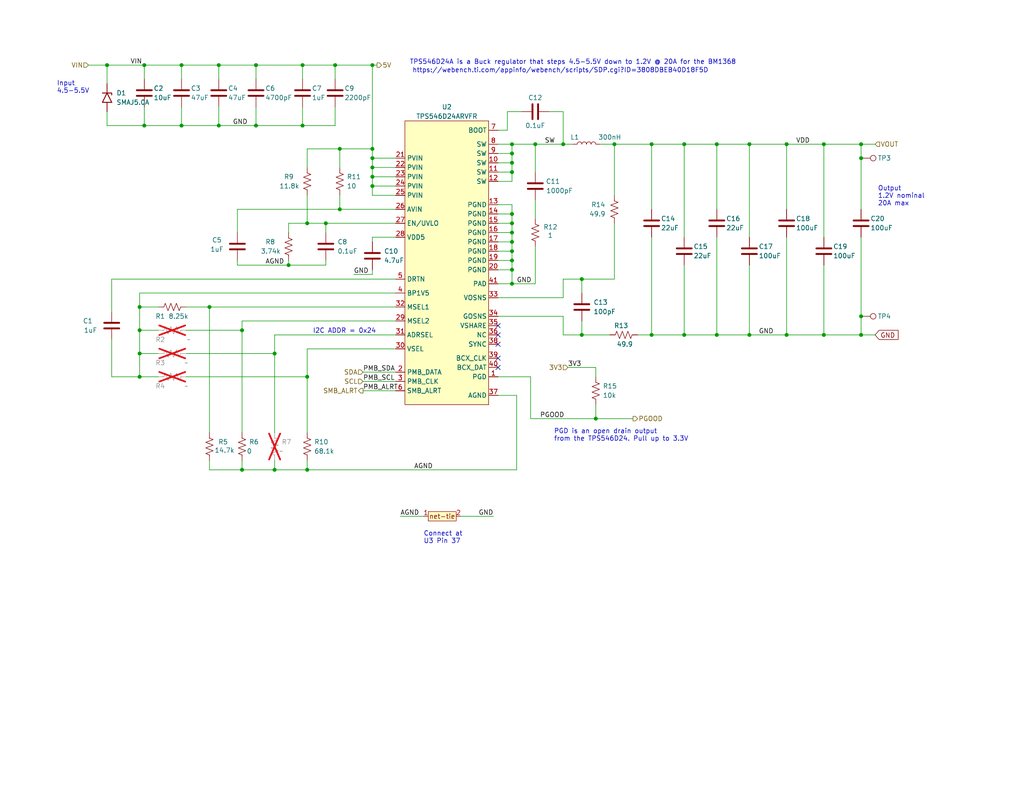
<source format=kicad_sch>
(kicad_sch (version 20231120) (generator "eeschema") (generator_version "8.0")
  (paper "A")
  (title_block (title "bitaxeGamma") (date "2024-08-16") (rev "600"))
  (lib_symbols
    (symbol "Connector:TestPoint" (pin_numbers hide) (pin_names (offset 0.762) hide)
      (property "Reference" "TP" (at 0 6.858 0))
      (property "Value" "TestPoint" (at 0 5.08 0))
      (symbol "TestPoint_0_1"
        (circle (center 0 3.302) (radius 0.762))
      )
      (symbol "TestPoint_1_1"
        (pin passive line (at 0 0 90) (length 2.54) (name "1") (number "1"))
      )
    )
    (symbol "Device:C" (pin_numbers hide) (pin_names (offset 0.254))
      (property "Reference" "C" (at 0.635 2.54 0))
      (property "Value" "C" (at 0.635 -2.54 0))
      (symbol "C_0_1"
        (polyline (pts (xy -2.032 -0.762) (xy 2.032 -0.762)) (stroke (width 0.508)))
        (polyline (pts (xy -2.032 0.762) (xy 2.032 0.762)) (stroke (width 0.508)))
      )
      (symbol "C_1_1"
        (pin passive line (at 0 3.81 270) (length 2.794) (name "~") (number "1"))
        (pin passive line (at 0 -3.81 90) (length 2.794) (name "~") (number "2"))
      )
    )
    (symbol "Device:L" (pin_numbers hide) (pin_names (offset 1.016) hide)
      (property "Reference" "L" (at -1.27 0 90))
      (property "Value" "L" (at 1.905 0 90))
      (symbol "L_0_1"
        (arc (start 0 -2.54) (mid 0.6323 -1.905) (end 0 -1.27))
        (arc (start 0 -1.27) (mid 0.6323 -0.635) (end 0 0))
        (arc (start 0 0) (mid 0.6323 0.635) (end 0 1.27))
        (arc (start 0 1.27) (mid 0.6323 1.905) (end 0 2.54))
      )
      (symbol "L_1_1"
        (pin passive line (at 0 3.81 270) (length 1.27) (name "1") (number "1"))
        (pin passive line (at 0 -3.81 90) (length 1.27) (name "2") (number "2"))
      )
    )
    (symbol "Device:R_US" (pin_numbers hide) (pin_names (offset 0))
      (property "Reference" "R" (at 2.54 0 90))
      (property "Value" "R_US" (at -2.54 0 90))
      (symbol "R_US_0_1"
        (polyline (pts (xy 0 -2.286) (xy 0 -2.54)))
        (polyline (pts (xy 0 2.286) (xy 0 2.54)))
        (polyline (pts (xy 0 -0.762) (xy 1.016 -1.143) (xy 0 -1.524) (xy -1.016 -1.905) (xy 0 -2.286)))
        (polyline (pts (xy 0 0.762) (xy 1.016 0.381) (xy 0 0) (xy -1.016 -0.381) (xy 0 -0.762)))
        (polyline (pts (xy 0 2.286) (xy 1.016 1.905) (xy 0 1.524) (xy -1.016 1.143) (xy 0 0.762)))
      )
      (symbol "R_US_1_1"
        (pin passive line (at 0 3.81 270) (length 1.27) (name "~") (number "1"))
        (pin passive line (at 0 -3.81 90) (length 1.27) (name "~") (number "2"))
      )
    )
    (symbol "Diode:SMAJ5.0A" (pin_numbers hide) (pin_names (offset 1.016) hide)
      (property "Reference" "D" (at 0 2.54 0))
      (property "Value" "SMAJ5.0A" (at 0 -2.54 0))
      (symbol "SMAJ5.0A_0_1"
        (polyline (pts (xy -0.762 1.27) (xy -1.27 1.27) (xy -1.27 -1.27)) (stroke (width 0.254)))
        (polyline (pts (xy 1.27 1.27) (xy 1.27 -1.27) (xy -1.27 0) (xy 1.27 1.27)) (stroke (width 0.254)))
      )
      (symbol "SMAJ5.0A_1_1"
        (pin passive line (at -3.81 0 0) (length 2.54) (name "A1") (number "1"))
        (pin passive line (at 3.81 0 180) (length 2.54) (name "A2") (number "2"))
      )
    )
    (symbol "bitaxe:TPS546D24"
      (property "Reference" "U10" (at 0 45.72 0))
      (property "Value" "TPS546D24ARVFR" (at 0 43.18 0))
      (symbol "TPS546D24_0_1"
        (rectangle (start -11.43 41.91) (end 11.43 -35.56) (stroke (width 0.1524)) (fill (type background)))
      )
      (symbol "TPS546D24_1_1"
        (pin input line (at 13.97 -27.94 180) (length 2.54) (name "PGD") (number "1"))
        (pin power_in line (at 13.97 30.48 180) (length 2.54) (name "SW") (number "10"))
        (pin output line (at 13.97 27.94 180) (length 2.54) (name "SW") (number "11"))
        (pin power_out line (at 13.97 25.4 180) (length 2.54) (name "SW") (number "12"))
        (pin output line (at 13.97 19.05 180) (length 2.54) (name "PGND") (number "13"))
        (pin output line (at 13.97 16.51 180) (length 2.54) (name "PGND") (number "14"))
        (pin input line (at 13.97 13.97 180) (length 2.54) (name "PGND") (number "15"))
        (pin input line (at 13.97 11.43 180) (length 2.54) (name "PGND") (number "16"))
        (pin power_in line (at 13.97 8.89 180) (length 2.54) (name "PGND") (number "17"))
        (pin input line (at 13.97 6.35 180) (length 2.54) (name "PGND") (number "18"))
        (pin input line (at 13.97 3.81 180) (length 2.54) (name "PGND") (number "19"))
        (pin input line (at -13.97 -26.67 0) (length 2.54) (name "PMB_DATA") (number "2"))
        (pin power_in line (at 13.97 1.27 180) (length 2.54) (name "PGND") (number "20"))
        (pin input line (at -13.97 31.75 0) (length 2.54) (name "PVIN") (number "21"))
        (pin input line (at -13.97 29.21 0) (length 2.54) (name "PVIN") (number "22"))
        (pin input line (at -13.97 26.67 0) (length 2.54) (name "PVIN") (number "23"))
        (pin input line (at -13.97 24.13 0) (length 2.54) (name "PVIN") (number "24"))
        (pin input line (at -13.97 21.59 0) (length 2.54) (name "PVIN") (number "25"))
        (pin input line (at -13.97 17.78 0) (length 2.54) (name "AVIN") (number "26"))
        (pin input line (at -13.97 13.97 0) (length 2.54) (name "EN/UVLO") (number "27"))
        (pin output line (at -13.97 10.16 0) (length 2.54) (name "VDD5") (number "28"))
        (pin input line (at -13.97 -12.7 0) (length 2.54) (name "MSEL2") (number "29"))
        (pin input line (at -13.97 -29.21 0) (length 2.54) (name "PMB_CLK") (number "3"))
        (pin input line (at -13.97 -20.32 0) (length 2.54) (name "VSEL") (number "30"))
        (pin input line (at -13.97 -16.51 0) (length 2.54) (name "ADRSEL") (number "31"))
        (pin input line (at -13.97 -8.89 0) (length 2.54) (name "MSEL1") (number "32"))
        (pin output line (at 13.97 -6.35 180) (length 2.54) (name "VOSNS") (number "33"))
        (pin output line (at 13.97 -11.43 180) (length 2.54) (name "GOSNS") (number "34"))
        (pin input line (at 13.97 -13.97 180) (length 2.54) (name "VSHARE") (number "35"))
        (pin input line (at 13.97 -16.51 180) (length 2.54) (name "NC") (number "36"))
        (pin power_in line (at 13.97 -33.02 180) (length 2.54) (name "AGND") (number "37"))
        (pin input line (at 13.97 -19.05 180) (length 2.54) (name "SYNC") (number "38"))
        (pin input line (at 13.97 -22.86 180) (length 2.54) (name "BCX_CLK") (number "39"))
        (pin input line (at -13.97 -5.08 0) (length 2.54) (name "BP1V5") (number "4"))
        (pin input line (at 13.97 -25.4 180) (length 2.54) (name "BCX_DAT") (number "40"))
        (pin power_in line (at 13.97 -2.54 180) (length 2.54) (name "PAD") (number "41"))
        (pin input line (at -13.97 -1.27 0) (length 2.54) (name "DRTN") (number "5"))
        (pin input line (at -13.97 -31.75 0) (length 2.54) (name "SMB_ALRT") (number "6"))
        (pin input line (at 13.97 39.37 180) (length 2.54) (name "BOOT") (number "7"))
        (pin output line (at 13.97 35.56 180) (length 2.54) (name "SW") (number "8"))
        (pin power_in line (at 13.97 33.02 180) (length 2.54) (name "SW") (number "9"))
      )
    )
    (symbol "bitaxe:net-tie"
      (symbol "net-tie_0_1"
        (rectangle (start -3.81 1.27) (end 3.81 -1.27) (stroke (width 0.1524)) (fill (type background)))
      )
      (symbol "net-tie_1_0"
        (pin bidirectional line (at -5.08 0 0) (length 1.27) (name "") (number "1"))
        (pin bidirectional line (at 5.08 0 180) (length 1.27) (name "") (number "2"))
      )
      (symbol "net-tie_1_1"
        (text "net-tie" (at 0 0 0) (effects (font (size 1.27 1.27))))
      )
    )
  )
  (junction (at 66.04 90.17))
  (junction (at 83.82 60.96))
  (junction (at 59.69 17.78))
  (junction (at 139.7 46.99))
  (junction (at 39.37 34.29))
  (junction (at 186.69 39.37))
  (junction (at 146.05 39.37))
  (junction (at 38.1 96.52))
  (junction (at 234.95 91.44))
  (junction (at 82.55 17.78))
  (junction (at 49.53 17.78))
  (junction (at 162.56 114.3))
  (junction (at 39.37 17.78))
  (junction (at 101.6 45.72))
  (junction (at 224.79 91.44))
  (junction (at 195.58 39.37))
  (junction (at 83.82 128.27))
  (junction (at 234.95 39.37))
  (junction (at 92.71 57.15))
  (junction (at 91.44 17.78))
  (junction (at 186.69 91.44))
  (junction (at 69.85 34.29))
  (junction (at 49.53 34.29))
  (junction (at 83.82 102.87))
  (junction (at 177.8 39.37))
  (junction (at 29.21 17.78))
  (junction (at 57.15 83.82))
  (junction (at 92.71 40.64))
  (junction (at 101.6 43.18))
  (junction (at 38.1 102.87))
  (junction (at 153.67 39.37))
  (junction (at 74.93 128.27))
  (junction (at 204.47 39.37))
  (junction (at 139.7 63.5))
  (junction (at 158.75 91.44))
  (junction (at 78.74 72.39))
  (junction (at 139.7 58.42))
  (junction (at 101.6 48.26))
  (junction (at 139.7 41.91))
  (junction (at 139.7 66.04))
  (junction (at 234.95 43.18))
  (junction (at 214.63 91.44))
  (junction (at 214.63 39.37))
  (junction (at 139.7 60.96))
  (junction (at 224.79 39.37))
  (junction (at 177.8 91.44))
  (junction (at 234.95 86.36))
  (junction (at 139.7 44.45))
  (junction (at 167.64 39.37))
  (junction (at 74.93 96.52))
  (junction (at 38.1 83.82))
  (junction (at 101.6 50.8))
  (junction (at 139.7 77.47))
  (junction (at 139.7 73.66))
  (junction (at 204.47 91.44))
  (junction (at 101.6 17.78))
  (junction (at 69.85 17.78))
  (junction (at 139.7 71.12))
  (junction (at 101.6 40.64))
  (junction (at 139.7 68.58))
  (junction (at 195.58 91.44))
  (junction (at 59.69 34.29))
  (junction (at 38.1 90.17))
  (junction (at 158.75 76.2))
  (junction (at 66.04 128.27))
  (junction (at 82.55 34.29))
  (junction (at 88.9 60.96))
  (junction (at 139.7 39.37))
  (no_connect (at 135.89 88.9))
  (no_connect (at 135.89 93.98))
  (no_connect (at 135.89 97.79))
  (no_connect (at 135.89 91.44))
  (no_connect (at 135.89 100.33))
  (wire (pts (xy 146.05 59.69) (xy 146.05 54.61)))
  (wire (pts (xy 139.7 41.91) (xy 139.7 39.37)))
  (wire (pts (xy 92.71 45.72) (xy 92.71 40.64)))
  (wire (pts (xy 139.7 73.66) (xy 139.7 77.47)))
  (wire (pts (xy 92.71 53.34) (xy 92.71 57.15)))
  (wire (pts (xy 195.58 39.37) (xy 195.58 57.15)))
  (wire (pts (xy 88.9 60.96) (xy 107.95 60.96)))
  (wire (pts (xy 101.6 43.18) (xy 107.95 43.18)))
  (wire (pts (xy 101.6 45.72) (xy 101.6 48.26)))
  (wire (pts (xy 69.85 34.29) (xy 82.55 34.29)))
  (wire (pts (xy 224.79 72.39) (xy 224.79 91.44)))
  (wire (pts (xy 59.69 17.78) (xy 59.69 21.59)))
  (wire (pts (xy 167.64 39.37) (xy 177.8 39.37)))
  (wire (pts (xy 101.6 40.64) (xy 101.6 43.18)))
  (wire (pts (xy 153.67 39.37) (xy 156.21 39.37)))
  (wire (pts (xy 146.05 46.99) (xy 146.05 39.37)))
  (wire (pts (xy 29.21 34.29) (xy 39.37 34.29)))
  (wire (pts (xy 101.6 66.04) (xy 101.6 64.77)))
  (wire (pts (xy 83.82 60.96) (xy 78.74 60.96)))
  (wire (pts (xy 66.04 87.63) (xy 66.04 90.17)))
  (wire (pts (xy 83.82 40.64) (xy 92.71 40.64)))
  (wire (pts (xy 139.7 58.42) (xy 139.7 60.96)))
  (wire (pts (xy 66.04 128.27) (xy 74.93 128.27)))
  (wire (pts (xy 162.56 114.3) (xy 172.72 114.3)))
  (wire (pts (xy 78.74 71.12) (xy 78.74 72.39)))
  (wire (pts (xy 69.85 29.21) (xy 69.85 34.29)))
  (wire (pts (xy 96.52 74.93) (xy 101.6 74.93)))
  (wire (pts (xy 49.53 34.29) (xy 59.69 34.29)))
  (wire (pts (xy 135.89 102.87) (xy 144.78 102.87)))
  (wire (pts (xy 38.1 90.17) (xy 43.18 90.17)))
  (wire (pts (xy 135.89 58.42) (xy 139.7 58.42)))
  (wire (pts (xy 39.37 17.78) (xy 49.53 17.78)))
  (wire (pts (xy 195.58 91.44) (xy 204.47 91.44)))
  (wire (pts (xy 83.82 102.87) (xy 83.82 118.11)))
  (wire (pts (xy 234.95 43.18) (xy 234.95 57.15)))
  (wire (pts (xy 64.77 72.39) (xy 78.74 72.39)))
  (wire (pts (xy 88.9 71.12) (xy 88.9 72.39)))
  (wire (pts (xy 139.7 49.53) (xy 139.7 46.99)))
  (wire (pts (xy 101.6 50.8) (xy 101.6 53.34)))
  (wire (pts (xy 204.47 91.44) (xy 214.63 91.44)))
  (wire (pts (xy 101.6 17.78) (xy 91.44 17.78)))
  (wire (pts (xy 135.89 107.95) (xy 140.97 107.95)))
  (wire (pts (xy 24.13 17.78) (xy 29.21 17.78)))
  (wire (pts (xy 177.8 91.44) (xy 186.69 91.44)))
  (wire (pts (xy 214.63 91.44) (xy 224.79 91.44)))
  (wire (pts (xy 64.77 63.5) (xy 64.77 57.15)))
  (wire (pts (xy 38.1 90.17) (xy 38.1 96.52)))
  (wire (pts (xy 214.63 57.15) (xy 214.63 39.37)))
  (wire (pts (xy 49.53 17.78) (xy 49.53 21.59)))
  (wire (pts (xy 204.47 72.39) (xy 204.47 91.44)))
  (wire (pts (xy 153.67 30.48) (xy 153.67 39.37)))
  (wire (pts (xy 83.82 60.96) (xy 88.9 60.96)))
  (wire (pts (xy 38.1 102.87) (xy 43.18 102.87)))
  (wire (pts (xy 177.8 39.37) (xy 186.69 39.37)))
  (wire (pts (xy 139.7 44.45) (xy 139.7 41.91)))
  (wire (pts (xy 83.82 125.73) (xy 83.82 128.27)))
  (wire (pts (xy 204.47 39.37) (xy 204.47 64.77)))
  (wire (pts (xy 167.64 60.96) (xy 167.64 76.2)))
  (wire (pts (xy 83.82 45.72) (xy 83.82 40.64)))
  (wire (pts (xy 38.1 96.52) (xy 38.1 102.87)))
  (wire (pts (xy 83.82 95.25) (xy 83.82 102.87)))
  (wire (pts (xy 101.6 43.18) (xy 101.6 45.72)))
  (wire (pts (xy 82.55 17.78) (xy 82.55 21.59)))
  (wire (pts (xy 135.89 81.28) (xy 153.67 81.28)))
  (wire (pts (xy 144.78 114.3) (xy 162.56 114.3)))
  (wire (pts (xy 158.75 76.2) (xy 167.64 76.2)))
  (wire (pts (xy 139.7 71.12) (xy 139.7 73.66)))
  (wire (pts (xy 38.1 96.52) (xy 43.18 96.52)))
  (wire (pts (xy 135.89 46.99) (xy 139.7 46.99)))
  (wire (pts (xy 50.8 83.82) (xy 57.15 83.82)))
  (wire (pts (xy 144.78 102.87) (xy 144.78 114.3)))
  (wire (pts (xy 99.06 101.6) (xy 107.95 101.6)))
  (wire (pts (xy 82.55 17.78) (xy 91.44 17.78)))
  (wire (pts (xy 158.75 91.44) (xy 166.37 91.44)))
  (wire (pts (xy 101.6 48.26) (xy 101.6 50.8)))
  (wire (pts (xy 83.82 53.34) (xy 83.82 60.96)))
  (wire (pts (xy 139.7 63.5) (xy 139.7 66.04)))
  (wire (pts (xy 162.56 110.49) (xy 162.56 114.3)))
  (wire (pts (xy 88.9 63.5) (xy 88.9 60.96)))
  (wire (pts (xy 158.75 87.63) (xy 158.75 91.44)))
  (wire (pts (xy 50.8 96.52) (xy 74.93 96.52)))
  (wire (pts (xy 39.37 21.59) (xy 39.37 17.78)))
  (wire (pts (xy 139.7 55.88) (xy 139.7 58.42)))
  (wire (pts (xy 78.74 60.96) (xy 78.74 63.5)))
  (wire (pts (xy 139.7 73.66) (xy 135.89 73.66)))
  (wire (pts (xy 224.79 91.44) (xy 234.95 91.44)))
  (wire (pts (xy 101.6 45.72) (xy 107.95 45.72)))
  (wire (pts (xy 135.89 86.36) (xy 153.67 86.36)))
  (wire (pts (xy 101.6 50.8) (xy 107.95 50.8)))
  (wire (pts (xy 107.95 80.01) (xy 38.1 80.01)))
  (wire (pts (xy 69.85 17.78) (xy 69.85 21.59)))
  (wire (pts (xy 139.7 39.37) (xy 146.05 39.37)))
  (wire (pts (xy 66.04 125.73) (xy 66.04 128.27)))
  (wire (pts (xy 214.63 64.77) (xy 214.63 91.44)))
  (wire (pts (xy 83.82 128.27) (xy 140.97 128.27)))
  (wire (pts (xy 139.7 39.37) (xy 135.89 39.37)))
  (wire (pts (xy 99.06 104.14) (xy 107.95 104.14)))
  (wire (pts (xy 158.75 76.2) (xy 158.75 80.01)))
  (wire (pts (xy 135.89 66.04) (xy 139.7 66.04)))
  (wire (pts (xy 101.6 73.66) (xy 101.6 74.93)))
  (wire (pts (xy 101.6 48.26) (xy 107.95 48.26)))
  (wire (pts (xy 234.95 64.77) (xy 234.95 86.36)))
  (wire (pts (xy 186.69 91.44) (xy 195.58 91.44)))
  (wire (pts (xy 57.15 128.27) (xy 66.04 128.27)))
  (wire (pts (xy 234.95 91.44) (xy 238.76 91.44)))
  (wire (pts (xy 91.44 17.78) (xy 91.44 21.59)))
  (wire (pts (xy 57.15 125.73) (xy 57.15 128.27)))
  (wire (pts (xy 234.95 39.37) (xy 234.95 43.18)))
  (wire (pts (xy 101.6 17.78) (xy 101.6 40.64)))
  (wire (pts (xy 69.85 17.78) (xy 82.55 17.78)))
  (wire (pts (xy 30.48 76.2) (xy 107.95 76.2)))
  (wire (pts (xy 135.89 71.12) (xy 139.7 71.12)))
  (wire (pts (xy 38.1 83.82) (xy 43.18 83.82)))
  (wire (pts (xy 135.89 68.58) (xy 139.7 68.58)))
  (wire (pts (xy 139.7 68.58) (xy 139.7 71.12)))
  (wire (pts (xy 177.8 64.77) (xy 177.8 91.44)))
  (wire (pts (xy 163.83 39.37) (xy 167.64 39.37)))
  (wire (pts (xy 29.21 30.48) (xy 29.21 34.29)))
  (wire (pts (xy 195.58 39.37) (xy 204.47 39.37)))
  (wire (pts (xy 153.67 91.44) (xy 158.75 91.44)))
  (wire (pts (xy 234.95 86.36) (xy 234.95 91.44)))
  (wire (pts (xy 139.7 46.99) (xy 139.7 44.45)))
  (wire (pts (xy 64.77 57.15) (xy 92.71 57.15)))
  (wire (pts (xy 50.8 102.87) (xy 83.82 102.87)))
  (wire (pts (xy 149.86 30.48) (xy 153.67 30.48)))
  (wire (pts (xy 49.53 29.21) (xy 49.53 34.29)))
  (wire (pts (xy 214.63 39.37) (xy 224.79 39.37)))
  (wire (pts (xy 125.73 140.97) (xy 134.62 140.97)))
  (wire (pts (xy 138.43 35.56) (xy 138.43 30.48)))
  (wire (pts (xy 101.6 64.77) (xy 107.95 64.77)))
  (wire (pts (xy 101.6 17.78) (xy 102.87 17.78)))
  (wire (pts (xy 30.48 92.71) (xy 30.48 102.87)))
  (wire (pts (xy 39.37 29.21) (xy 39.37 34.29)))
  (wire (pts (xy 153.67 81.28) (xy 153.67 76.2)))
  (wire (pts (xy 204.47 39.37) (xy 214.63 39.37)))
  (wire (pts (xy 146.05 77.47) (xy 139.7 77.47)))
  (wire (pts (xy 91.44 34.29) (xy 91.44 29.21)))
  (wire (pts (xy 153.67 86.36) (xy 153.67 91.44)))
  (wire (pts (xy 173.99 91.44) (xy 177.8 91.44)))
  (wire (pts (xy 138.43 30.48) (xy 142.24 30.48)))
  (wire (pts (xy 74.93 91.44) (xy 74.93 96.52)))
  (wire (pts (xy 146.05 67.31) (xy 146.05 77.47)))
  (wire (pts (xy 146.05 39.37) (xy 153.67 39.37)))
  (wire (pts (xy 57.15 83.82) (xy 107.95 83.82)))
  (wire (pts (xy 135.89 63.5) (xy 139.7 63.5)))
  (wire (pts (xy 186.69 39.37) (xy 195.58 39.37)))
  (wire (pts (xy 177.8 39.37) (xy 177.8 57.15)))
  (wire (pts (xy 234.95 39.37) (xy 238.76 39.37)))
  (wire (pts (xy 38.1 83.82) (xy 38.1 90.17)))
  (wire (pts (xy 92.71 40.64) (xy 101.6 40.64)))
  (wire (pts (xy 135.89 44.45) (xy 139.7 44.45)))
  (wire (pts (xy 167.64 39.37) (xy 167.64 53.34)))
  (wire (pts (xy 135.89 60.96) (xy 139.7 60.96)))
  (wire (pts (xy 195.58 64.77) (xy 195.58 91.44)))
  (wire (pts (xy 135.89 35.56) (xy 138.43 35.56)))
  (wire (pts (xy 162.56 102.87) (xy 162.56 100.33)))
  (wire (pts (xy 30.48 85.09) (xy 30.48 76.2)))
  (wire (pts (xy 38.1 80.01) (xy 38.1 83.82)))
  (wire (pts (xy 186.69 72.39) (xy 186.69 91.44)))
  (wire (pts (xy 66.04 90.17) (xy 66.04 118.11)))
  (wire (pts (xy 29.21 17.78) (xy 39.37 17.78)))
  (wire (pts (xy 74.93 91.44) (xy 107.95 91.44)))
  (wire (pts (xy 59.69 29.21) (xy 59.69 34.29)))
  (wire (pts (xy 29.21 17.78) (xy 29.21 22.86)))
  (wire (pts (xy 49.53 17.78) (xy 59.69 17.78)))
  (wire (pts (xy 135.89 41.91) (xy 139.7 41.91)))
  (wire (pts (xy 154.94 100.33) (xy 162.56 100.33)))
  (wire (pts (xy 66.04 87.63) (xy 107.95 87.63)))
  (wire (pts (xy 92.71 57.15) (xy 107.95 57.15)))
  (wire (pts (xy 107.95 53.34) (xy 101.6 53.34)))
  (wire (pts (xy 74.93 128.27) (xy 83.82 128.27)))
  (wire (pts (xy 140.97 107.95) (xy 140.97 128.27)))
  (wire (pts (xy 139.7 60.96) (xy 139.7 63.5)))
  (wire (pts (xy 83.82 95.25) (xy 107.95 95.25)))
  (wire (pts (xy 57.15 83.82) (xy 57.15 118.11)))
  (wire (pts (xy 59.69 17.78) (xy 69.85 17.78)))
  (wire (pts (xy 82.55 34.29) (xy 91.44 34.29)))
  (wire (pts (xy 74.93 96.52) (xy 74.93 118.11)))
  (wire (pts (xy 78.74 72.39) (xy 88.9 72.39)))
  (wire (pts (xy 82.55 29.21) (xy 82.55 34.29)))
  (wire (pts (xy 39.37 34.29) (xy 49.53 34.29)))
  (wire (pts (xy 59.69 34.29) (xy 69.85 34.29)))
  (wire (pts (xy 30.48 102.87) (xy 38.1 102.87)))
  (wire (pts (xy 135.89 55.88) (xy 139.7 55.88)))
  (wire (pts (xy 64.77 71.12) (xy 64.77 72.39)))
  (wire (pts (xy 224.79 39.37) (xy 234.95 39.37)))
  (wire (pts (xy 109.22 140.97) (xy 115.57 140.97)))
  (wire (pts (xy 139.7 66.04) (xy 139.7 68.58)))
  (wire (pts (xy 74.93 125.73) (xy 74.93 128.27)))
  (wire (pts (xy 224.79 39.37) (xy 224.79 64.77)))
  (wire (pts (xy 153.67 76.2) (xy 158.75 76.2)))
  (wire (pts (xy 135.89 49.53) (xy 139.7 49.53)))
  (wire (pts (xy 99.06 106.68) (xy 107.95 106.68)))
  (wire (pts (xy 186.69 39.37) (xy 186.69 64.77)))
  (wire (pts (xy 50.8 90.17) (xy 66.04 90.17)))
  (wire (pts (xy 135.89 77.47) (xy 139.7 77.47)))
  (text "TPS546D24A is a Buck regulator that steps 4.5-5.5V down to 1.2V @ 20A for the BM1368" (at 111.76 17.78 0) (effects (font (size 1.27 1.27)) (justify left bottom)))
  (text "https://webench.ti.com/appinfo/webench/scripts/SDP.cgi?ID=3808DBEB40D18F5D" (at 152.908 19.304 0) (effects (font (size 1.27 1.27))))
  (text "Input \n4.5-5.5V" (at 15.494 25.654 0) (effects (font (size 1.27 1.27)) (justify left bottom)))
  (text "PGD is an open drain output\nfrom the TPS546D24. Pull up to 3.3V" (at 151.13 120.65 0) (effects (font (size 1.27 1.27)) (justify left bottom)))
  (text "I2C ADDR = 0x24" (at 85.344 91.186 0) (effects (font (size 1.27 1.27)) (justify left bottom)))
  (text "Output \n1.2V nominal\n20A max" (at 239.522 56.388 0) (effects (font (size 1.27 1.27)) (justify left bottom)))
  (text "Connect at\nU3 Pin 37" (at 115.57 148.59 0) (effects (font (size 1.27 1.27)) (justify left bottom)))
  (label "GND" (at 134.62 140.97 180))
  (label "PMB_SDA" (at 99.06 101.6 0))
  (label "GND" (at 96.52 74.93 0))
  (label "SW" (at 148.59 39.37 0))
  (label "GND" (at 140.97 77.47 0))
  (label "PMB_SCL" (at 99.06 104.14 0))
  (label "AGND" (at 118.11 128.27 180))
  (label "AGND" (at 72.39 72.39 0))
  (label "GND" (at 207.01 91.44 0))
  (label "PMB_ALRT" (at 99.06 106.68 0))
  (label "PGOOD" (at 147.32 114.3 0))
  (label "GND" (at 63.5 34.29 0))
  (label "AGND" (at 109.22 140.97 0))
  (label "VIN" (at 35.56 17.78 0))
  (label "VDD" (at 217.17 39.37 0))
  (label "3V3" (at 154.94 100.33 0))
  (global_label "GND" (shape input) (at 238.76 91.44 0) (property "Intersheetrefs" "${INTERSHEET_REFS}" (effects (hide yes))))
  (hierarchical_label "VOUT" (shape input) (at 238.76 39.37 0))
  (hierarchical_label "SMB_ALRT" (shape output) (at 99.06 106.68 180))
  (hierarchical_label "3V3" (shape input) (at 154.94 100.33 180))
  (hierarchical_label "SCL" (shape input) (at 99.06 104.14 180))
  (hierarchical_label "PGOOD" (shape output) (at 172.72 114.3 0))
  (hierarchical_label "SDA" (shape input) (at 99.06 101.6 180))
  (hierarchical_label "5V" (shape output) (at 102.87 17.78 0))
  (hierarchical_label "VIN" (shape input) (at 24.13 17.78 180))
  (symbol (lib_id "Device:C") (at 177.8 60.96 0) (unit 1)
    (property "Reference" "C14" (at 180.34 59.69 0) (effects (justify left)))
    (property "Value" "22uF" (at 180.34 62.23 0) (effects (justify left)))
    (property "Footprint" "Capacitor_SMD:C_0805_2012Metric" (effects (hide yes)))
    (property "DK" "490-10746-1-ND" (effects (hide yes)))
    (property "PARTNO" "GRM21BR61A226ME44L" (effects (hide yes)))
  )
  (symbol (lib_id "Device:C") (at 39.37 25.4 0) (unit 1)
    (property "Reference" "C2" (at 41.91 24.13 0) (effects (justify left)))
    (property "Value" "10uF" (at 41.91 26.67 0) (effects (justify left)))
    (property "Footprint" "Capacitor_SMD:C_0805_2012Metric" (effects (hide yes)))
    (property "DK" "1276-1096-1-ND" (effects (hide yes)))
    (property "PARTNO" "CL21A106KOQNNNE" (effects (hide yes)))
  )
  (symbol (lib_id "Device:R_US") (at 167.64 57.15 0) (unit 1)
    (property "Reference" "R14" (at 161.29 55.88 0) (effects (justify left)))
    (property "Value" "49.9" (at 160.782 58.42 0) (effects (justify left)))
    (property "Footprint" "Resistor_SMD:R_0402_1005Metric" (effects (hide yes)))
    (property "DK" "311-49.9LRCT-ND" (effects (hide yes)))
    (property "PARTNO" "RC0402FR-0749R9L" (effects (hide yes)))
  )
  (symbol (lib_id "Device:C") (at 101.6 69.85 0) (unit 1)
    (property "Reference" "C10" (at 104.775 68.58 0) (effects (justify left)))
    (property "Value" "4.7uF" (at 104.775 71.12 0) (effects (justify left)))
    (property "Footprint" "Capacitor_SMD:C_0402_1005Metric" (effects (hide yes)))
    (property "DK" "490-14306-1-ND" (effects (hide yes)))
    (property "PARTNO" "GRM155R61A475MEAAD" (effects (hide yes)))
  )
  (symbol (lib_id "Connector:TestPoint") (at 234.95 86.36 270) (mirror x) (unit 1) (in_bom no)
    (property "Reference" "TP4" (at 241.3 86.36 90))
    (property "Value" "TestPoint" (effects (hide yes)))
    (property "Footprint" "TestPoint:TestPoint_Pad_D1.5mm" (effects (hide yes)))
  )
  (symbol (lib_id "Device:C") (at 30.48 88.9 0) (unit 1)
    (property "Reference" "C1" (at 22.606 87.63 0) (effects (justify left)))
    (property "Value" "1uF" (at 22.86 90.17 0) (effects (justify left)))
    (property "Footprint" "Capacitor_SMD:C_0402_1005Metric" (effects (hide yes)))
    (property "DK" "587-5514-1-ND" (effects (hide yes)))
    (property "PARTNO" "EMK105BJ105MV-F" (effects (hide yes)))
  )
  (symbol (lib_id "Device:R_US") (at 78.74 67.31 0) (unit 1)
    (property "Reference" "R8" (at 72.39 66.04 0) (effects (justify left)))
    (property "Value" "3.74k" (at 71.12 68.58 0) (effects (justify left)))
    (property "Footprint" "Resistor_SMD:R_0402_1005Metric" (effects (hide yes)))
    (property "DK" "311-3.74KLRCT-ND" (effects (hide yes)))
    (property "PARTNO" "RC0402FR-073K74L" (effects (hide yes)))
  )
  (symbol (lib_id "Device:R_US") (at 83.82 121.92 0) (unit 1)
    (property "Reference" "R10" (at 85.725 120.65 0) (effects (justify left)))
    (property "Value" "68.1k" (at 85.725 123.19 0) (effects (justify left)))
    (property "Footprint" "Resistor_SMD:R_0402_1005Metric" (effects (hide yes)))
    (property "DK" "YAG3213CT-ND" (effects (hide yes)))
    (property "PARTNO" "RC0402FR-0768K1L" (effects (hide yes)))
  )
  (symbol (lib_id "Device:C") (at 158.75 83.82 0) (unit 1)
    (property "Reference" "C13" (at 161.925 82.55 0) (effects (justify left)))
    (property "Value" "100pF" (at 161.925 85.09 0) (effects (justify left)))
    (property "Footprint" "Capacitor_SMD:C_0402_1005Metric" (effects (hide yes)))
    (property "DK" "732-7431-1-ND" (effects (hide yes)))
    (property "PARTNO" "885012005013" (effects (hide yes)))
  )
  (symbol (lib_id "Device:L") (at 160.02 39.37 90) (unit 1)
    (property "Reference" "L1" (at 156.845 37.465 90))
    (property "Value" "300nH" (at 166.37 37.465 90))
    (property "Footprint" "bitaxe:SLC1175-271MEC_COC" (effects (hide yes)))
    (property "Datasheet" "https://www.mouser.com/datasheet/2/597/slc1175-270653.pdf" (effects (hide yes)))
    (property "PARTNO" "SLC1175-301MEC" (effects (hide yes)))
    (property "Mouser" "994-SLC1175-271MEC" (effects (hide yes)))
  )
  (symbol (lib_id "Connector:TestPoint") (at 234.95 43.18 270) (mirror x) (unit 1) (in_bom no)
    (property "Reference" "TP3" (at 241.3 43.18 90))
    (property "Value" "TestPoint" (effects (hide yes)))
    (property "Footprint" "TestPoint:TestPoint_Pad_D1.5mm" (effects (hide yes)))
  )
  (symbol (lib_id "Device:C") (at 224.79 68.58 0) (unit 1)
    (property "Reference" "C19" (at 227.33 67.31 0) (effects (justify left)))
    (property "Value" "100uF" (at 227.33 69.85 0) (effects (justify left)))
    (property "Footprint" "Capacitor_SMD:C_1206_3216Metric" (effects (hide yes)))
    (property "DK" "1276-1782-1-ND" (effects (hide yes)))
    (property "PARTNO" "CL31A107MQHNNNE" (effects (hide yes)))
  )
  (symbol (lib_id "Device:C") (at 214.63 60.96 0) (unit 1)
    (property "Reference" "C18" (at 217.17 59.69 0) (effects (justify left)))
    (property "Value" "100uF" (at 217.17 62.23 0) (effects (justify left)))
    (property "Footprint" "Capacitor_SMD:C_1206_3216Metric" (effects (hide yes)))
    (property "DK" "1276-1782-1-ND" (effects (hide yes)))
    (property "PARTNO" "CL31A107MQHNNNE" (effects (hide yes)))
  )
  (symbol (lib_id "Device:C") (at 82.55 25.4 0) (unit 1)
    (property "Reference" "C7" (at 85.09 24.13 0) (effects (justify left)))
    (property "Value" "1uF" (at 85.09 26.67 0) (effects (justify left)))
    (property "Footprint" "Capacitor_SMD:C_0402_1005Metric" (effects (hide yes)))
    (property "DK" "587-5514-1-ND" (effects (hide yes)))
    (property "PARTNO" "EMK105BJ105MV-F" (effects (hide yes)))
  )
  (symbol (lib_id "bitaxe:TPS546D24") (at 121.92 74.93 0) (unit 1)
    (property "Reference" "U2" (at 121.92 29.21 0))
    (property "Value" "TPS546D24ARVFR" (at 121.92 31.75 0))
    (property "Footprint" "bitaxe:LQFN40-CLIP" (effects (hide yes)))
    (property "Datasheet" "https://www.ti.com/lit/ds/symlink/tps546d24a.pdf" (effects (hide yes)))
    (property "DK" "296-TPS546D24ARVFRCT-ND" (effects (hide yes)))
    (property "PARTNO" "TPS546D24ARVFR" (effects (hide yes)))
  )
  (symbol (lib_id "Device:C") (at 146.05 50.8 180) (unit 1)
    (property "Reference" "C11" (at 150.876 49.53 0))
    (property "Value" "1000pF" (at 152.654 52.07 0))
    (property "Footprint" "Capacitor_SMD:C_0805_2012Metric" (effects (hide yes)))
    (property "DK" "311-1127-1-ND" (effects (hide yes)))
    (property "PARTNO" "CC0805KRX7R9BB102" (effects (hide yes)))
  )
  (symbol (lib_id "Device:C") (at 59.69 25.4 0) (unit 1)
    (property "Reference" "C4" (at 62.23 24.13 0) (effects (justify left)))
    (property "Value" "47uF" (at 62.23 26.67 0) (effects (justify left)))
    (property "Footprint" "Capacitor_SMD:C_1210_3225Metric" (effects (hide yes)))
    (property "DK" "1276-3376-1-ND" (effects (hide yes)))
    (property "PARTNO" "CL32A476KOJNNNE" (effects (hide yes)))
  )
  (symbol (lib_id "Device:R_US") (at 57.15 121.92 180) (unit 1)
    (property "Reference" "R5" (at 62.23 120.65 0) (effects (justify left)))
    (property "Value" "14.7k" (at 64.008 122.936 0) (effects (justify left)))
    (property "Footprint" "Resistor_SMD:R_0402_1005Metric" (effects (hide yes)))
    (property "DK" "YAG2984CT-ND" (effects (hide yes)))
    (property "PARTNO" "RC0402FR-0714K7L" (effects (hide yes)))
  )
  (symbol (lib_id "Device:C") (at 49.53 25.4 0) (unit 1)
    (property "Reference" "C3" (at 52.07 24.13 0) (effects (justify left)))
    (property "Value" "47uF" (at 52.07 26.67 0) (effects (justify left)))
    (property "Footprint" "Capacitor_SMD:C_1210_3225Metric" (effects (hide yes)))
    (property "DK" "1276-3376-1-ND" (effects (hide yes)))
    (property "PARTNO" "CL32A476KOJNNNE" (effects (hide yes)))
  )
  (symbol (lib_id "Device:R_US") (at 66.04 121.92 0) (unit 1)
    (property "Reference" "R6" (at 67.945 120.65 0) (effects (justify left)))
    (property "Value" "0" (at 67.31 123.19 0) (effects (justify left)))
    (property "Footprint" "Resistor_SMD:R_0402_1005Metric" (effects (hide yes)))
    (property "DK" "311-0.0JRCT-ND" (effects (hide yes)))
    (property "PARTNO" "RC0402JR-070RL" (effects (hide yes)))
  )
  (symbol (lib_id "Device:R_US") (at 46.99 96.52 90) (unit 1) (in_bom no) (dnp yes)
    (property "Reference" "R3" (at 45.085 99.06 90) (effects (justify left)))
    (property "Value" "~" (at 51.435 99.06 90) (effects (justify left)))
    (property "Footprint" "Resistor_SMD:R_0402_1005Metric" (effects (hide yes)))
  )
  (symbol (lib_id "Device:C") (at 234.95 60.96 0) (unit 1)
    (property "Reference" "C20" (at 237.49 59.69 0) (effects (justify left)))
    (property "Value" "100uF" (at 237.49 62.23 0) (effects (justify left)))
    (property "Footprint" "Capacitor_SMD:C_1206_3216Metric" (effects (hide yes)))
    (property "DK" "1276-1782-1-ND" (effects (hide yes)))
    (property "PARTNO" "CL31A107MQHNNNE" (effects (hide yes)))
  )
  (symbol (lib_id "Device:R_US") (at 46.99 83.82 90) (unit 1)
    (property "Reference" "R1" (at 45.085 86.36 90) (effects (justify left)))
    (property "Value" "8.25k" (at 51.435 86.36 90) (effects (justify left)))
    (property "Footprint" "Resistor_SMD:R_0402_1005Metric" (effects (hide yes)))
    (property "DK" "311-8.25KLRCT-ND" (effects (hide yes)))
    (property "PARTNO" "RC0402FR-078K25L" (effects (hide yes)))
  )
  (symbol (lib_id "bitaxe:net-tie") (at 120.65 140.97 0) (unit 1) (in_bom no)
    (property "Reference" "T1" (effects (hide yes)))
    (property "Value" "net-tie" (effects (hide yes)))
    (property "Footprint" "bitaxe:NetTie-0.25mm" (effects (hide yes)))
  )
  (symbol (lib_id "Device:C") (at 146.05 30.48 90) (unit 1)
    (property "Reference" "C12" (at 146.05 26.67 90))
    (property "Value" "0.1uF" (at 146.05 34.29 90))
    (property "Footprint" "Capacitor_SMD:C_0402_1005Metric" (effects (hide yes)))
    (property "DK" "1276-1234-1-ND" (effects (hide yes)))
    (property "PARTNO" "CL05A104KO5NNNC" (effects (hide yes)))
  )
  (symbol (lib_id "Device:R_US") (at 92.71 49.53 0) (unit 1)
    (property "Reference" "R11" (at 94.615 48.26 0) (effects (justify left)))
    (property "Value" "10" (at 94.615 50.8 0) (effects (justify left)))
    (property "Footprint" "Resistor_SMD:R_0402_1005Metric" (effects (hide yes)))
    (property "DK" "311-10.0LRCT-ND" (effects (hide yes)))
    (property "PARTNO" "RC0402FR-0710RL" (effects (hide yes)))
  )
  (symbol (lib_id "Device:R_US") (at 162.56 106.68 180) (unit 1)
    (property "Reference" "R15" (at 164.465 105.41 0) (effects (justify right)))
    (property "Value" "10k" (at 164.465 107.95 0) (effects (justify right)))
    (property "Footprint" "Resistor_SMD:R_0402_1005Metric" (effects (hide yes)))
    (property "DK" "311-10KJRCT-ND" (effects (hide yes)))
    (property "PARTNO" "RC0402JR-0710KL" (effects (hide yes)))
  )
  (symbol (lib_id "Device:C") (at 64.77 67.31 180) (unit 1)
    (property "Reference" "C5" (at 59.182 65.532 0))
    (property "Value" "1uF" (at 59.182 68.072 0))
    (property "Footprint" "Capacitor_SMD:C_0402_1005Metric" (effects (hide yes)))
    (property "DK" "587-5514-1-ND" (effects (hide yes)))
    (property "PARTNO" "EMK105BJ105MV-F" (effects (hide yes)))
  )
  (symbol (lib_id "Device:C") (at 88.9 67.31 0) (unit 1)
    (property "Reference" "C8" (at 92.075 66.04 0) (effects (justify left)))
    (property "Value" "0.1uF" (at 92.075 68.58 0) (effects (justify left)))
    (property "Footprint" "Capacitor_SMD:C_0402_1005Metric" (effects (hide yes)))
    (property "DK" "1276-1234-1-ND" (effects (hide yes)))
    (property "PARTNO" "CL05A104KO5NNNC" (effects (hide yes)))
  )
  (symbol (lib_id "Device:C") (at 69.85 25.4 0) (unit 1)
    (property "Reference" "C6" (at 72.39 24.13 0) (effects (justify left)))
    (property "Value" "4700pF" (at 72.39 26.67 0) (effects (justify left)))
    (property "Footprint" "Capacitor_SMD:C_0402_1005Metric" (effects (hide yes)))
    (property "DK" "490-1309-1-ND" (effects (hide yes)))
    (property "PARTNO" "GRM155R71E472KA01D" (effects (hide yes)))
  )
  (symbol (lib_id "Device:C") (at 91.44 25.4 0) (unit 1)
    (property "Reference" "C9" (at 93.98 24.13 0) (effects (justify left)))
    (property "Value" "2200pF" (at 93.98 26.67 0) (effects (justify left)))
    (property "Footprint" "Capacitor_SMD:C_0402_1005Metric" (effects (hide yes)))
    (property "DK" "490-8257-1-ND" (effects (hide yes)))
    (property "PARTNO" "GRM155R61H222KA01D" (effects (hide yes)))
  )
  (symbol (lib_id "Device:R_US") (at 46.99 90.17 90) (unit 1) (in_bom no) (dnp yes)
    (property "Reference" "R2" (at 45.085 92.71 90) (effects (justify left)))
    (property "Value" "~" (at 52.07 92.71 90) (effects (justify left)))
    (property "Footprint" "Resistor_SMD:R_0402_1005Metric" (effects (hide yes)))
  )
  (symbol (lib_id "Device:C") (at 186.69 68.58 0) (unit 1)
    (property "Reference" "C15" (at 189.23 67.31 0) (effects (justify left)))
    (property "Value" "22uF" (at 189.23 69.85 0) (effects (justify left)))
    (property "Footprint" "Capacitor_SMD:C_0805_2012Metric" (effects (hide yes)))
    (property "DK" "490-10746-1-ND" (effects (hide yes)))
    (property "PARTNO" "GRM21BR61A226ME44L" (effects (hide yes)))
  )
  (symbol (lib_id "Device:R_US") (at 74.93 121.92 0) (unit 1) (in_bom no) (dnp yes)
    (property "Reference" "R7" (at 76.835 120.65 0) (effects (justify left)))
    (property "Value" "~" (at 76.2 123.19 0) (effects (justify left)))
    (property "Footprint" "Resistor_SMD:R_0402_1005Metric" (effects (hide yes)))
  )
  (symbol (lib_id "Device:C") (at 195.58 60.96 0) (unit 1)
    (property "Reference" "C16" (at 198.12 59.69 0) (effects (justify left)))
    (property "Value" "22uF" (at 198.12 62.23 0) (effects (justify left)))
    (property "Footprint" "Capacitor_SMD:C_0805_2012Metric" (effects (hide yes)))
    (property "DK" "490-10746-1-ND" (effects (hide yes)))
    (property "PARTNO" "GRM21BR61A226ME44L" (effects (hide yes)))
  )
  (symbol (lib_id "Diode:SMAJ5.0A") (at 29.21 26.67 270) (unit 1)
    (property "Reference" "D1" (at 31.75 25.3999 90) (effects (justify left)))
    (property "Value" "SMAJ5.0A" (at 31.75 27.9399 90) (effects (justify left)))
    (property "Footprint" "Diode_SMD:D_SMA" (effects (hide yes)))
    (property "Datasheet" "https://www.littelfuse.com/media?resourcetype=datasheets&itemid=75e32973-b177-4ee3-a0ff-cedaf1abdb93&filename=smaj-datasheet" (effects (hide yes)))
    (property "Description" "400W unidirectional Transient Voltage Suppressor, 5.0Vr, SMA(DO-214AC)" (effects (hide yes)))
  )
  (symbol (lib_id "Device:C") (at 204.47 68.58 0) (unit 1)
    (property "Reference" "C17" (at 207.01 67.31 0) (effects (justify left)))
    (property "Value" "100uF" (at 207.01 69.85 0) (effects (justify left)))
    (property "Footprint" "Capacitor_SMD:C_1206_3216Metric" (effects (hide yes)))
    (property "DK" "1276-1782-1-ND" (effects (hide yes)))
    (property "PARTNO" "CL31A107MQHNNNE" (effects (hide yes)))
  )
  (symbol (lib_id "Device:R_US") (at 146.05 63.5 180) (unit 1)
    (property "Reference" "R12" (at 152.146 61.976 0) (effects (justify left)))
    (property "Value" "1" (at 150.876 64.262 0) (effects (justify left)))
    (property "Footprint" "Resistor_SMD:R_1206_3216Metric" (effects (hide yes)))
    (property "DK" "CSR1206FT1R00CT-ND" (effects (hide yes)))
    (property "PARTNO" "CSR1206FT1R00" (effects (hide yes)))
  )
  (symbol (lib_id "Device:R_US") (at 170.18 91.44 90) (unit 1)
    (property "Reference" "R13" (at 171.45 88.9 90) (effects (justify left)))
    (property "Value" "49.9" (at 172.72 93.98 90) (effects (justify left)))
    (property "Footprint" "Resistor_SMD:R_0402_1005Metric" (effects (hide yes)))
    (property "DK" "311-49.9LRCT-ND" (effects (hide yes)))
    (property "PARTNO" "RC0402FR-0749R9L" (effects (hide yes)))
  )
  (symbol (lib_id "Device:R_US") (at 46.99 102.87 90) (unit 1) (in_bom no) (dnp yes)
    (property "Reference" "R4" (at 45.085 105.41 90) (effects (justify left)))
    (property "Value" "~" (at 51.435 105.41 90) (effects (justify left)))
    (property "Footprint" "Resistor_SMD:R_0402_1005Metric" (effects (hide yes)))
  )
  (symbol (lib_id "Device:R_US") (at 83.82 49.53 0) (unit 1)
    (property "Reference" "R9" (at 77.47 48.26 0) (effects (justify left)))
    (property "Value" "11.8k" (at 76.2 50.8 0) (effects (justify left)))
    (property "Footprint" "Resistor_SMD:R_0402_1005Metric" (effects (hide yes)))
    (property "DK" "YAG2958CT-ND" (effects (hide yes)))
    (property "PARTNO" "RC0402FR-0711K8L" (effects (hide yes)))
  )
)
</source>
